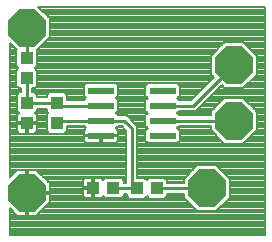
<source format=gtl>
G75*
G70*
%OFA0B0*%
%FSLAX24Y24*%
%IPPOS*%
%LPD*%
%AMOC8*
5,1,8,0,0,1.08239X$1,22.5*
%
%ADD10R,0.0866X0.0236*%
%ADD11R,0.0394X0.0433*%
%ADD12R,0.0433X0.0394*%
%ADD13OC8,0.1250*%
%ADD14C,0.0100*%
%ADD15C,0.0080*%
D10*
X003662Y004936D03*
X005710Y004936D03*
X003662Y005436D03*
X003662Y004436D03*
X003662Y003936D03*
X005710Y005436D03*
X005710Y004436D03*
X005710Y003936D03*
D11*
X005521Y002186D03*
X004851Y002186D03*
X002186Y004352D03*
X002186Y005021D03*
X001186Y004352D03*
X001186Y005021D03*
D12*
X001186Y006521D03*
X001186Y005852D03*
X003401Y002186D03*
X004071Y002186D03*
D13*
X008086Y006286D03*
X001186Y002036D03*
X007186Y002186D03*
X001186Y007536D03*
X008086Y004436D03*
D14*
X002186Y004352D02*
X002271Y004436D01*
X003662Y004436D01*
X004436Y004436D01*
X004686Y004186D01*
X004686Y002186D01*
X004851Y002186D01*
X004071Y002186D01*
X002186Y005021D02*
X001186Y005021D01*
X001186Y005852D01*
X002186Y005021D02*
X002271Y004936D01*
X003662Y004936D01*
X005521Y002186D02*
X007186Y002186D01*
X005710Y004936D02*
X006736Y004936D01*
X008086Y006286D01*
X001186Y006521D02*
X001186Y007536D01*
X005710Y004436D02*
X008086Y004436D01*
D15*
X007951Y001870D02*
X007951Y002503D01*
X007503Y002951D01*
X006869Y002951D01*
X006421Y002503D01*
X006421Y002376D01*
X005857Y002376D01*
X005857Y002461D01*
X005775Y002543D01*
X005266Y002543D01*
X005186Y002463D01*
X005106Y002543D01*
X004876Y002543D01*
X004876Y004265D01*
X004765Y004376D01*
X004515Y004626D01*
X004357Y004626D01*
X004222Y004626D01*
X004161Y004686D01*
X004235Y004760D01*
X004235Y005113D01*
X004161Y005186D01*
X004235Y005260D01*
X004235Y005613D01*
X004153Y005695D01*
X003171Y005695D01*
X003089Y005613D01*
X003089Y005260D01*
X003163Y005186D01*
X003103Y005126D01*
X002523Y005126D01*
X002523Y005296D01*
X002441Y005378D01*
X001931Y005378D01*
X001849Y005296D01*
X001849Y005211D01*
X001523Y005211D01*
X001523Y005296D01*
X001441Y005378D01*
X001376Y005378D01*
X001376Y005515D01*
X001461Y005515D01*
X001542Y005597D01*
X001542Y006107D01*
X001463Y006186D01*
X001542Y006266D01*
X001542Y006776D01*
X001525Y006794D01*
X001951Y007220D01*
X001951Y007853D01*
X001562Y008243D01*
X009116Y008243D01*
X009116Y000626D01*
X000626Y000626D01*
X000626Y001515D01*
X000869Y001271D01*
X001146Y001271D01*
X001146Y001996D01*
X001226Y001996D01*
X001226Y001271D01*
X001503Y001271D01*
X001951Y001720D01*
X001951Y001996D01*
X001226Y001996D01*
X001226Y002076D01*
X001951Y002076D01*
X001951Y002353D01*
X001503Y002801D01*
X001226Y002801D01*
X001226Y002077D01*
X001146Y002077D01*
X001146Y002801D01*
X000869Y002801D01*
X000626Y002558D01*
X000626Y007015D01*
X000847Y006794D01*
X000829Y006776D01*
X000829Y006266D01*
X000909Y006186D01*
X000829Y006107D01*
X000829Y005597D01*
X000911Y005515D01*
X000996Y005515D01*
X000996Y005378D01*
X000931Y005378D01*
X000849Y005296D01*
X000849Y004747D01*
X000911Y004685D01*
X000903Y004680D01*
X000877Y004654D01*
X000859Y004622D01*
X000849Y004587D01*
X000849Y004392D01*
X001146Y004392D01*
X001146Y004312D01*
X000849Y004312D01*
X000849Y004117D01*
X000859Y004081D01*
X000877Y004049D01*
X000903Y004023D01*
X000935Y004005D01*
X000971Y003995D01*
X001146Y003995D01*
X001146Y004312D01*
X001226Y004312D01*
X001226Y003995D01*
X001401Y003995D01*
X001437Y004005D01*
X001469Y004023D01*
X001495Y004049D01*
X001513Y004081D01*
X001523Y004117D01*
X001523Y004312D01*
X001226Y004312D01*
X001226Y004392D01*
X001523Y004392D01*
X001523Y004587D01*
X001513Y004622D01*
X001495Y004654D01*
X001469Y004680D01*
X001461Y004685D01*
X001523Y004747D01*
X001523Y004831D01*
X001849Y004831D01*
X001849Y004747D01*
X001909Y004686D01*
X001849Y004626D01*
X001849Y004077D01*
X001931Y003995D01*
X002441Y003995D01*
X002523Y004077D01*
X002523Y004246D01*
X003103Y004246D01*
X003169Y004181D01*
X003143Y004167D01*
X003117Y004141D01*
X003099Y004109D01*
X003089Y004073D01*
X003089Y003956D01*
X003643Y003956D01*
X003643Y003917D01*
X003089Y003917D01*
X003089Y003800D01*
X003099Y003764D01*
X003117Y003732D01*
X003143Y003706D01*
X003175Y003688D01*
X003211Y003678D01*
X003643Y003678D01*
X003643Y003917D01*
X003681Y003917D01*
X003681Y003678D01*
X004114Y003678D01*
X004149Y003688D01*
X004181Y003706D01*
X004207Y003732D01*
X004226Y003764D01*
X004235Y003800D01*
X004235Y003917D01*
X003682Y003917D01*
X003682Y003956D01*
X004235Y003956D01*
X004235Y004073D01*
X004226Y004109D01*
X004207Y004141D01*
X004181Y004167D01*
X004156Y004181D01*
X004222Y004246D01*
X004357Y004246D01*
X004496Y004108D01*
X004496Y002376D01*
X004427Y002376D01*
X004427Y002441D01*
X004345Y002523D01*
X003796Y002523D01*
X003734Y002461D01*
X003730Y002469D01*
X003704Y002495D01*
X003672Y002514D01*
X003636Y002523D01*
X003441Y002523D01*
X003441Y002227D01*
X003361Y002227D01*
X003361Y002523D01*
X003166Y002523D01*
X003131Y002514D01*
X003099Y002495D01*
X003073Y002469D01*
X003054Y002437D01*
X003045Y002402D01*
X003045Y002226D01*
X003361Y002226D01*
X003361Y002146D01*
X003045Y002146D01*
X003045Y001971D01*
X003054Y001936D01*
X003073Y001904D01*
X003099Y001878D01*
X003131Y001859D01*
X003166Y001850D01*
X003361Y001850D01*
X003361Y002146D01*
X003441Y002146D01*
X003441Y001850D01*
X003636Y001850D01*
X003672Y001859D01*
X003704Y001878D01*
X003730Y001904D01*
X003734Y001911D01*
X003796Y001850D01*
X004345Y001850D01*
X004427Y001932D01*
X004427Y001996D01*
X004514Y001996D01*
X004514Y001912D01*
X004596Y001830D01*
X005106Y001830D01*
X005186Y001910D01*
X005266Y001830D01*
X005775Y001830D01*
X005857Y001912D01*
X005857Y001996D01*
X006421Y001996D01*
X006421Y001870D01*
X006869Y001421D01*
X007503Y001421D01*
X007951Y001870D01*
X008851Y004120D02*
X008851Y004753D01*
X008403Y005201D01*
X007769Y005201D01*
X007321Y004753D01*
X007321Y004626D01*
X006269Y004626D01*
X006209Y004686D01*
X006269Y004746D01*
X006657Y004746D01*
X006815Y004746D01*
X007679Y005611D01*
X007769Y005521D01*
X008403Y005521D01*
X008851Y005970D01*
X008851Y006603D01*
X008403Y007051D01*
X007769Y007051D01*
X007321Y006603D01*
X007321Y005970D01*
X007411Y005880D01*
X006657Y005126D01*
X006269Y005126D01*
X006209Y005186D01*
X006283Y005260D01*
X006283Y005613D01*
X006201Y005695D01*
X005219Y005695D01*
X005137Y005613D01*
X005137Y005260D01*
X005210Y005186D01*
X005137Y005113D01*
X005137Y004760D01*
X005210Y004686D01*
X005137Y004613D01*
X005137Y004260D01*
X005210Y004186D01*
X005137Y004113D01*
X005137Y003760D01*
X005219Y003678D01*
X006201Y003678D01*
X006283Y003760D01*
X006283Y004113D01*
X006209Y004186D01*
X006269Y004246D01*
X007321Y004246D01*
X007321Y004120D01*
X007769Y003671D01*
X008403Y003671D01*
X008851Y004120D01*
X009116Y000681D02*
X000626Y000681D01*
X000626Y000759D02*
X009116Y000759D01*
X009116Y000838D02*
X000626Y000838D01*
X000626Y000916D02*
X009116Y000916D01*
X009116Y000995D02*
X000626Y000995D01*
X000626Y001073D02*
X009116Y001073D01*
X009116Y001152D02*
X000626Y001152D01*
X000626Y001230D02*
X009116Y001230D01*
X000832Y001309D02*
X000626Y001309D01*
X001146Y001309D02*
X001226Y001309D01*
X001540Y001309D02*
X009116Y001309D01*
X000753Y001387D02*
X000626Y001387D01*
X001146Y001387D02*
X001226Y001387D01*
X001619Y001387D02*
X009116Y001387D01*
X000675Y001466D02*
X000626Y001466D01*
X001146Y001466D02*
X001226Y001466D01*
X001697Y001466D02*
X006825Y001466D01*
X007547Y001466D02*
X009116Y001466D01*
X001226Y001545D02*
X001146Y001545D01*
X001776Y001545D02*
X006746Y001545D01*
X007626Y001545D02*
X009116Y001545D01*
X001226Y001623D02*
X001146Y001623D01*
X001854Y001623D02*
X006667Y001623D01*
X007704Y001623D02*
X009116Y001623D01*
X001226Y001702D02*
X001146Y001702D01*
X001933Y001702D02*
X006589Y001702D01*
X007783Y001702D02*
X009116Y001702D01*
X001226Y001780D02*
X001146Y001780D01*
X001951Y001780D02*
X006510Y001780D01*
X007862Y001780D02*
X009116Y001780D01*
X001226Y001859D02*
X001146Y001859D01*
X001951Y001859D02*
X003132Y001859D01*
X003361Y001859D02*
X003441Y001859D01*
X003670Y001859D02*
X003787Y001859D01*
X004354Y001859D02*
X004568Y001859D01*
X005135Y001859D02*
X005237Y001859D01*
X005804Y001859D02*
X006432Y001859D01*
X007940Y001859D02*
X009116Y001859D01*
X001226Y001937D02*
X001146Y001937D01*
X001951Y001937D02*
X003054Y001937D01*
X003361Y001937D02*
X003441Y001937D01*
X004427Y001937D02*
X004514Y001937D01*
X005857Y001937D02*
X006421Y001937D01*
X007951Y001937D02*
X009116Y001937D01*
X003045Y002016D02*
X001226Y002016D01*
X003361Y002016D02*
X003441Y002016D01*
X007951Y002016D02*
X009116Y002016D01*
X001226Y002094D02*
X001146Y002094D01*
X001951Y002094D02*
X003045Y002094D01*
X003361Y002094D02*
X003441Y002094D01*
X007951Y002094D02*
X009116Y002094D01*
X001226Y002173D02*
X001146Y002173D01*
X001951Y002173D02*
X003361Y002173D01*
X007951Y002173D02*
X009116Y002173D01*
X001226Y002251D02*
X001146Y002251D01*
X001951Y002251D02*
X003045Y002251D01*
X003361Y002251D02*
X003441Y002251D01*
X007951Y002251D02*
X009116Y002251D01*
X001226Y002330D02*
X001146Y002330D01*
X001951Y002330D02*
X003045Y002330D01*
X003361Y002330D02*
X003441Y002330D01*
X007951Y002330D02*
X009116Y002330D01*
X001226Y002409D02*
X001146Y002409D01*
X001896Y002409D02*
X003047Y002409D01*
X003361Y002409D02*
X003441Y002409D01*
X004427Y002409D02*
X004496Y002409D01*
X005857Y002409D02*
X006421Y002409D01*
X007951Y002409D02*
X009116Y002409D01*
X001226Y002487D02*
X001146Y002487D01*
X001817Y002487D02*
X003091Y002487D01*
X003361Y002487D02*
X003441Y002487D01*
X003712Y002487D02*
X003760Y002487D01*
X004381Y002487D02*
X004496Y002487D01*
X005162Y002487D02*
X005210Y002487D01*
X005831Y002487D02*
X006421Y002487D01*
X007951Y002487D02*
X009116Y002487D01*
X000633Y002566D02*
X000626Y002566D01*
X001146Y002566D02*
X001226Y002566D01*
X001739Y002566D02*
X004496Y002566D01*
X004876Y002566D02*
X006483Y002566D01*
X007889Y002566D02*
X009116Y002566D01*
X000712Y002644D02*
X000626Y002644D01*
X001146Y002644D02*
X001226Y002644D01*
X001660Y002644D02*
X004496Y002644D01*
X004876Y002644D02*
X006562Y002644D01*
X007810Y002644D02*
X009116Y002644D01*
X000790Y002723D02*
X000626Y002723D01*
X001146Y002723D02*
X001226Y002723D01*
X001582Y002723D02*
X004496Y002723D01*
X004876Y002723D02*
X006640Y002723D01*
X007732Y002723D02*
X009116Y002723D01*
X000869Y002801D02*
X000626Y002801D01*
X001146Y002801D02*
X001226Y002801D01*
X001503Y002801D02*
X004496Y002801D01*
X004876Y002801D02*
X006719Y002801D01*
X007653Y002801D02*
X009116Y002801D01*
X004496Y002880D02*
X000626Y002880D01*
X004876Y002880D02*
X006797Y002880D01*
X007574Y002880D02*
X009116Y002880D01*
X004496Y002958D02*
X000626Y002958D01*
X004876Y002958D02*
X009116Y002958D01*
X004496Y003037D02*
X000626Y003037D01*
X004876Y003037D02*
X009116Y003037D01*
X004496Y003115D02*
X000626Y003115D01*
X004876Y003115D02*
X009116Y003115D01*
X004496Y003194D02*
X000626Y003194D01*
X004876Y003194D02*
X009116Y003194D01*
X004496Y003272D02*
X000626Y003272D01*
X004876Y003272D02*
X009116Y003272D01*
X004496Y003351D02*
X000626Y003351D01*
X004876Y003351D02*
X009116Y003351D01*
X004496Y003430D02*
X000626Y003430D01*
X004876Y003430D02*
X009116Y003430D01*
X004496Y003508D02*
X000626Y003508D01*
X004876Y003508D02*
X009116Y003508D01*
X004496Y003587D02*
X000626Y003587D01*
X004876Y003587D02*
X009116Y003587D01*
X004496Y003665D02*
X000626Y003665D01*
X004876Y003665D02*
X009116Y003665D01*
X003111Y003744D02*
X000626Y003744D01*
X003643Y003744D02*
X003681Y003744D01*
X004214Y003744D02*
X004496Y003744D01*
X004876Y003744D02*
X005153Y003744D01*
X006266Y003744D02*
X007697Y003744D01*
X008475Y003744D02*
X009116Y003744D01*
X003089Y003822D02*
X000626Y003822D01*
X003643Y003822D02*
X003681Y003822D01*
X004235Y003822D02*
X004496Y003822D01*
X004876Y003822D02*
X005137Y003822D01*
X006283Y003822D02*
X007618Y003822D01*
X008554Y003822D02*
X009116Y003822D01*
X003089Y003901D02*
X000626Y003901D01*
X003643Y003901D02*
X003681Y003901D01*
X004235Y003901D02*
X004496Y003901D01*
X004876Y003901D02*
X005137Y003901D01*
X006283Y003901D02*
X007540Y003901D01*
X008632Y003901D02*
X009116Y003901D01*
X003089Y003979D02*
X000626Y003979D01*
X004235Y003979D02*
X004496Y003979D01*
X004876Y003979D02*
X005137Y003979D01*
X006283Y003979D02*
X007461Y003979D01*
X008711Y003979D02*
X009116Y003979D01*
X000872Y004058D02*
X000626Y004058D01*
X001146Y004058D02*
X001226Y004058D01*
X001500Y004058D02*
X001868Y004058D01*
X002503Y004058D02*
X003089Y004058D01*
X004235Y004058D02*
X004496Y004058D01*
X004876Y004058D02*
X005137Y004058D01*
X006283Y004058D02*
X007383Y004058D01*
X008789Y004058D02*
X009116Y004058D01*
X000849Y004136D02*
X000626Y004136D01*
X001146Y004136D02*
X001226Y004136D01*
X001523Y004136D02*
X001849Y004136D01*
X002523Y004136D02*
X003115Y004136D01*
X004210Y004136D02*
X004467Y004136D01*
X004876Y004136D02*
X005160Y004136D01*
X006259Y004136D02*
X007321Y004136D01*
X008851Y004136D02*
X009116Y004136D01*
X000849Y004215D02*
X000626Y004215D01*
X001146Y004215D02*
X001226Y004215D01*
X001523Y004215D02*
X001849Y004215D01*
X002523Y004215D02*
X003135Y004215D01*
X004190Y004215D02*
X004389Y004215D01*
X004876Y004215D02*
X005182Y004215D01*
X006237Y004215D02*
X007321Y004215D01*
X008851Y004215D02*
X009116Y004215D01*
X000849Y004294D02*
X000626Y004294D01*
X001146Y004294D02*
X001226Y004294D01*
X001523Y004294D02*
X001849Y004294D01*
X004848Y004294D02*
X005137Y004294D01*
X008851Y004294D02*
X009116Y004294D01*
X001146Y004372D02*
X000626Y004372D01*
X001226Y004372D02*
X001849Y004372D01*
X004769Y004372D02*
X005137Y004372D01*
X008851Y004372D02*
X009116Y004372D01*
X000849Y004451D02*
X000626Y004451D01*
X001523Y004451D02*
X001849Y004451D01*
X004690Y004451D02*
X005137Y004451D01*
X008851Y004451D02*
X009116Y004451D01*
X000849Y004529D02*
X000626Y004529D01*
X001523Y004529D02*
X001849Y004529D01*
X004612Y004529D02*
X005137Y004529D01*
X008851Y004529D02*
X009116Y004529D01*
X000855Y004608D02*
X000626Y004608D01*
X001517Y004608D02*
X001849Y004608D01*
X004533Y004608D02*
X005137Y004608D01*
X008851Y004608D02*
X009116Y004608D01*
X000909Y004686D02*
X000626Y004686D01*
X001462Y004686D02*
X001909Y004686D01*
X004162Y004686D02*
X005210Y004686D01*
X006209Y004686D02*
X007321Y004686D01*
X008851Y004686D02*
X009116Y004686D01*
X000849Y004765D02*
X000626Y004765D01*
X001523Y004765D02*
X001849Y004765D01*
X004235Y004765D02*
X005137Y004765D01*
X006833Y004765D02*
X007332Y004765D01*
X008839Y004765D02*
X009116Y004765D01*
X000849Y004843D02*
X000626Y004843D01*
X004235Y004843D02*
X005137Y004843D01*
X006912Y004843D02*
X007411Y004843D01*
X008761Y004843D02*
X009116Y004843D01*
X000849Y004922D02*
X000626Y004922D01*
X004235Y004922D02*
X005137Y004922D01*
X006990Y004922D02*
X007490Y004922D01*
X008682Y004922D02*
X009116Y004922D01*
X000849Y005000D02*
X000626Y005000D01*
X004235Y005000D02*
X005137Y005000D01*
X007069Y005000D02*
X007568Y005000D01*
X008604Y005000D02*
X009116Y005000D01*
X000849Y005079D02*
X000626Y005079D01*
X004235Y005079D02*
X005137Y005079D01*
X007147Y005079D02*
X007647Y005079D01*
X008525Y005079D02*
X009116Y005079D01*
X000849Y005158D02*
X000626Y005158D01*
X002523Y005158D02*
X003134Y005158D01*
X004190Y005158D02*
X005182Y005158D01*
X006238Y005158D02*
X006688Y005158D01*
X007226Y005158D02*
X007725Y005158D01*
X008447Y005158D02*
X009116Y005158D01*
X000849Y005236D02*
X000626Y005236D01*
X001523Y005236D02*
X001849Y005236D01*
X002523Y005236D02*
X003114Y005236D01*
X004211Y005236D02*
X005161Y005236D01*
X006258Y005236D02*
X006767Y005236D01*
X007304Y005236D02*
X009116Y005236D01*
X000868Y005315D02*
X000626Y005315D01*
X001504Y005315D02*
X001868Y005315D01*
X002504Y005315D02*
X003089Y005315D01*
X004235Y005315D02*
X005137Y005315D01*
X006283Y005315D02*
X006845Y005315D01*
X007383Y005315D02*
X009116Y005315D01*
X000996Y005393D02*
X000626Y005393D01*
X001376Y005393D02*
X003089Y005393D01*
X004235Y005393D02*
X005137Y005393D01*
X006283Y005393D02*
X006924Y005393D01*
X007461Y005393D02*
X009116Y005393D01*
X000996Y005472D02*
X000626Y005472D01*
X001376Y005472D02*
X003089Y005472D01*
X004235Y005472D02*
X005137Y005472D01*
X006283Y005472D02*
X007003Y005472D01*
X007540Y005472D02*
X009116Y005472D01*
X000876Y005550D02*
X000626Y005550D01*
X001496Y005550D02*
X003089Y005550D01*
X004235Y005550D02*
X005137Y005550D01*
X006283Y005550D02*
X007081Y005550D01*
X007618Y005550D02*
X007740Y005550D01*
X008432Y005550D02*
X009116Y005550D01*
X000829Y005629D02*
X000626Y005629D01*
X001542Y005629D02*
X003106Y005629D01*
X004219Y005629D02*
X005153Y005629D01*
X006266Y005629D02*
X007160Y005629D01*
X008510Y005629D02*
X009116Y005629D01*
X000829Y005707D02*
X000626Y005707D01*
X001542Y005707D02*
X007238Y005707D01*
X008589Y005707D02*
X009116Y005707D01*
X000829Y005786D02*
X000626Y005786D01*
X001542Y005786D02*
X007317Y005786D01*
X008667Y005786D02*
X009116Y005786D01*
X000829Y005864D02*
X000626Y005864D01*
X001542Y005864D02*
X007395Y005864D01*
X008746Y005864D02*
X009116Y005864D01*
X000829Y005943D02*
X000626Y005943D01*
X001542Y005943D02*
X007348Y005943D01*
X008824Y005943D02*
X009116Y005943D01*
X000829Y006021D02*
X000626Y006021D01*
X001542Y006021D02*
X007321Y006021D01*
X008851Y006021D02*
X009116Y006021D01*
X000829Y006100D02*
X000626Y006100D01*
X001542Y006100D02*
X007321Y006100D01*
X008851Y006100D02*
X009116Y006100D01*
X000901Y006179D02*
X000626Y006179D01*
X001471Y006179D02*
X007321Y006179D01*
X008851Y006179D02*
X009116Y006179D01*
X000839Y006257D02*
X000626Y006257D01*
X001533Y006257D02*
X007321Y006257D01*
X008851Y006257D02*
X009116Y006257D01*
X000829Y006336D02*
X000626Y006336D01*
X001542Y006336D02*
X007321Y006336D01*
X008851Y006336D02*
X009116Y006336D01*
X000829Y006414D02*
X000626Y006414D01*
X001542Y006414D02*
X007321Y006414D01*
X008851Y006414D02*
X009116Y006414D01*
X000829Y006493D02*
X000626Y006493D01*
X001542Y006493D02*
X007321Y006493D01*
X008851Y006493D02*
X009116Y006493D01*
X000829Y006571D02*
X000626Y006571D01*
X001542Y006571D02*
X007321Y006571D01*
X008851Y006571D02*
X009116Y006571D01*
X000829Y006650D02*
X000626Y006650D01*
X001542Y006650D02*
X007368Y006650D01*
X008804Y006650D02*
X009116Y006650D01*
X000829Y006728D02*
X000626Y006728D01*
X001542Y006728D02*
X007446Y006728D01*
X008726Y006728D02*
X009116Y006728D01*
X000834Y006807D02*
X000626Y006807D01*
X001538Y006807D02*
X007525Y006807D01*
X008647Y006807D02*
X009116Y006807D01*
X000755Y006885D02*
X000626Y006885D01*
X001617Y006885D02*
X007603Y006885D01*
X008569Y006885D02*
X009116Y006885D01*
X000677Y006964D02*
X000626Y006964D01*
X001695Y006964D02*
X007682Y006964D01*
X008490Y006964D02*
X009116Y006964D01*
X007760Y007043D02*
X001774Y007043D01*
X008412Y007043D02*
X009116Y007043D01*
X009116Y007121D02*
X001852Y007121D01*
X001931Y007200D02*
X009116Y007200D01*
X009116Y007278D02*
X001951Y007278D01*
X001951Y007357D02*
X009116Y007357D01*
X009116Y007435D02*
X001951Y007435D01*
X001951Y007514D02*
X009116Y007514D01*
X009116Y007592D02*
X001951Y007592D01*
X001951Y007671D02*
X009116Y007671D01*
X009116Y007749D02*
X001951Y007749D01*
X001951Y007828D02*
X009116Y007828D01*
X009116Y007907D02*
X001898Y007907D01*
X001819Y007985D02*
X009116Y007985D01*
X009116Y008064D02*
X001741Y008064D01*
X001662Y008142D02*
X009116Y008142D01*
X009116Y008221D02*
X001584Y008221D01*
M02*

</source>
